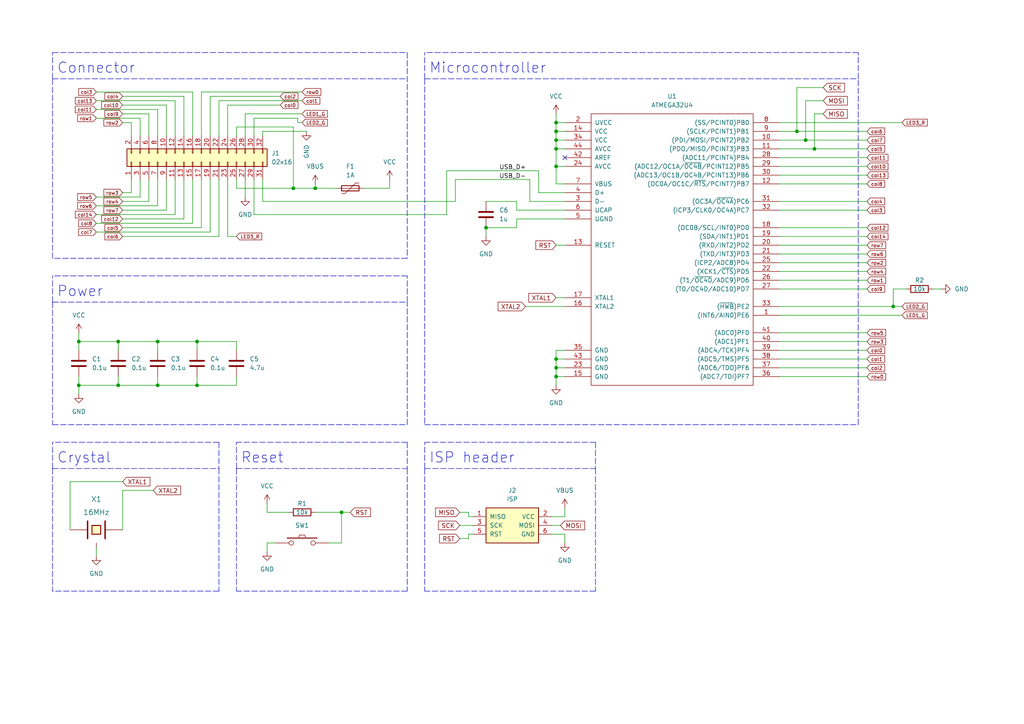
<source format=kicad_sch>
(kicad_sch (version 20211123) (generator eeschema)
  (paper "A4")
  (lib_symbols
    (symbol "Connector_Generic:Conn_02x16_Odd_Even" (pin_names (offset 1.016) hide)
      (property "Reference" "J" (at 1.27 20.32 0))
      (property "Value" "Conn_02x16_Odd_Even" (at 1.27 -22.86 0))
      (symbol "Conn_02x16_Odd_Even_1_1"
        (rectangle (start -1.27 -20.193) (end 0 -20.447) (stroke (width 0.1524)))
        (rectangle (start -1.27 -17.653) (end 0 -17.907) (stroke (width 0.1524)))
        (rectangle (start -1.27 -15.113) (end 0 -15.367) (stroke (width 0.1524)))
        (rectangle (start -1.27 -12.573) (end 0 -12.827) (stroke (width 0.1524)))
        (rectangle (start -1.27 -10.033) (end 0 -10.287) (stroke (width 0.1524)))
        (rectangle (start -1.27 -7.493) (end 0 -7.747) (stroke (width 0.1524)))
        (rectangle (start -1.27 -4.953) (end 0 -5.207) (stroke (width 0.1524)))
        (rectangle (start -1.27 -2.413) (end 0 -2.667) (stroke (width 0.1524)))
        (rectangle (start -1.27 0.127) (end 0 -0.127) (stroke (width 0.1524)))
        (rectangle (start -1.27 2.667) (end 0 2.413) (stroke (width 0.1524)))
        (rectangle (start -1.27 5.207) (end 0 4.953) (stroke (width 0.1524)))
        (rectangle (start -1.27 7.747) (end 0 7.493) (stroke (width 0.1524)))
        (rectangle (start -1.27 10.287) (end 0 10.033) (stroke (width 0.1524)))
        (rectangle (start -1.27 12.827) (end 0 12.573) (stroke (width 0.1524)))
        (rectangle (start -1.27 15.367) (end 0 15.113) (stroke (width 0.1524)))
        (rectangle (start -1.27 17.907) (end 0 17.653) (stroke (width 0.1524)))
        (rectangle (start -1.27 19.05) (end 3.81 -21.59) (stroke (width 0.254)) (fill (type background)))
        (rectangle (start 3.81 -20.193) (end 2.54 -20.447) (stroke (width 0.1524)))
        (rectangle (start 3.81 -17.653) (end 2.54 -17.907) (stroke (width 0.1524)))
        (rectangle (start 3.81 -15.113) (end 2.54 -15.367) (stroke (width 0.1524)))
        (rectangle (start 3.81 -12.573) (end 2.54 -12.827) (stroke (width 0.1524)))
        (rectangle (start 3.81 -10.033) (end 2.54 -10.287) (stroke (width 0.1524)))
        (rectangle (start 3.81 -7.493) (end 2.54 -7.747) (stroke (width 0.1524)))
        (rectangle (start 3.81 -4.953) (end 2.54 -5.207) (stroke (width 0.1524)))
        (rectangle (start 3.81 -2.413) (end 2.54 -2.667) (stroke (width 0.1524)))
        (rectangle (start 3.81 0.127) (end 2.54 -0.127) (stroke (width 0.1524)))
        (rectangle (start 3.81 2.667) (end 2.54 2.413) (stroke (width 0.1524)))
        (rectangle (start 3.81 5.207) (end 2.54 4.953) (stroke (width 0.1524)))
        (rectangle (start 3.81 7.747) (end 2.54 7.493) (stroke (width 0.1524)))
        (rectangle (start 3.81 10.287) (end 2.54 10.033) (stroke (width 0.1524)))
        (rectangle (start 3.81 12.827) (end 2.54 12.573) (stroke (width 0.1524)))
        (rectangle (start 3.81 15.367) (end 2.54 15.113) (stroke (width 0.1524)))
        (rectangle (start 3.81 17.907) (end 2.54 17.653) (stroke (width 0.1524)))
        (pin passive line (at -5.08 17.78 0) (length 3.81) (name "Pin_1") (number "1"))
        (pin passive line (at 7.62 7.62 180) (length 3.81) (name "Pin_10") (number "10"))
        (pin passive line (at -5.08 5.08 0) (length 3.81) (name "Pin_11") (number "11"))
        (pin passive line (at 7.62 5.08 180) (length 3.81) (name "Pin_12") (number "12"))
        (pin passive line (at -5.08 2.54 0) (length 3.81) (name "Pin_13") (number "13"))
        (pin passive line (at 7.62 2.54 180) (length 3.81) (name "Pin_14") (number "14"))
        (pin passive line (at -5.08 0 0) (length 3.81) (name "Pin_15") (number "15"))
        (pin passive line (at 7.62 0 180) (length 3.81) (name "Pin_16") (number "16"))
        (pin passive line (at -5.08 -2.54 0) (length 3.81) (name "Pin_17") (number "17"))
        (pin passive line (at 7.62 -2.54 180) (length 3.81) (name "Pin_18") (number "18"))
        (pin passive line (at -5.08 -5.08 0) (length 3.81) (name "Pin_19") (number "19"))
        (pin passive line (at 7.62 17.78 180) (length 3.81) (name "Pin_2") (number "2"))
        (pin passive line (at 7.62 -5.08 180) (length 3.81) (name "Pin_20") (number "20"))
        (pin passive line (at -5.08 -7.62 0) (length 3.81) (name "Pin_21") (number "21"))
        (pin passive line (at 7.62 -7.62 180) (length 3.81) (name "Pin_22") (number "22"))
        (pin passive line (at -5.08 -10.16 0) (length 3.81) (name "Pin_23") (number "23"))
        (pin passive line (at 7.62 -10.16 180) (length 3.81) (name "Pin_24") (number "24"))
        (pin passive line (at -5.08 -12.7 0) (length 3.81) (name "Pin_25") (number "25"))
        (pin passive line (at 7.62 -12.7 180) (length 3.81) (name "Pin_26") (number "26"))
        (pin passive line (at -5.08 -15.24 0) (length 3.81) (name "Pin_27") (number "27"))
        (pin passive line (at 7.62 -15.24 180) (length 3.81) (name "Pin_28") (number "28"))
        (pin passive line (at -5.08 -17.78 0) (length 3.81) (name "Pin_29") (number "29"))
        (pin passive line (at -5.08 15.24 0) (length 3.81) (name "Pin_3") (number "3"))
        (pin passive line (at 7.62 -17.78 180) (length 3.81) (name "Pin_30") (number "30"))
        (pin passive line (at -5.08 -20.32 0) (length 3.81) (name "Pin_31") (number "31"))
        (pin passive line (at 7.62 -20.32 180) (length 3.81) (name "Pin_32") (number "32"))
        (pin passive line (at 7.62 15.24 180) (length 3.81) (name "Pin_4") (number "4"))
        (pin passive line (at -5.08 12.7 0) (length 3.81) (name "Pin_5") (number "5"))
        (pin passive line (at 7.62 12.7 180) (length 3.81) (name "Pin_6") (number "6"))
        (pin passive line (at -5.08 10.16 0) (length 3.81) (name "Pin_7") (number "7"))
        (pin passive line (at 7.62 10.16 180) (length 3.81) (name "Pin_8") (number "8"))
        (pin passive line (at -5.08 7.62 0) (length 3.81) (name "Pin_9") (number "9"))
      )
    )
    (symbol "Device:C" (pin_numbers hide) (pin_names (offset 0.254))
      (property "Reference" "C" (at 0.635 2.54 0))
      (property "Value" "C" (at 0.635 -2.54 0))
      (symbol "C_0_1"
        (polyline (pts (xy -2.032 -0.762) (xy 2.032 -0.762)) (stroke (width 0.508)))
        (polyline (pts (xy -2.032 0.762) (xy 2.032 0.762)) (stroke (width 0.508)))
      )
      (symbol "C_1_1"
        (pin passive line (at 0 3.81 270) (length 2.794) (name "~") (number "1"))
        (pin passive line (at 0 -3.81 90) (length 2.794) (name "~") (number "2"))
      )
    )
    (symbol "Device:Polyfuse" (pin_numbers hide) (pin_names (offset 0))
      (property "Reference" "F" (at -2.54 0 90))
      (property "Value" "Polyfuse" (at 2.54 0 90))
      (symbol "Polyfuse_0_1"
        (rectangle (start -0.762 2.54) (end 0.762 -2.54) (stroke (width 0.254)))
        (polyline (pts (xy 0 2.54) (xy 0 -2.54)))
        (polyline (pts (xy -1.524 2.54) (xy -1.524 1.524) (xy 1.524 -1.524) (xy 1.524 -2.54)))
      )
      (symbol "Polyfuse_1_1"
        (pin passive line (at 0 3.81 270) (length 1.27) (name "~") (number "1"))
        (pin passive line (at 0 -3.81 90) (length 1.27) (name "~") (number "2"))
      )
    )
    (symbol "Device:R" (pin_numbers hide) (pin_names (offset 0))
      (property "Reference" "R" (at 2.032 0 90))
      (property "Value" "R" (at 0 0 90))
      (symbol "R_0_1"
        (rectangle (start -1.016 -2.54) (end 1.016 2.54) (stroke (width 0.254)))
      )
      (symbol "R_1_1"
        (pin passive line (at 0 3.81 270) (length 1.27) (name "~") (number "1"))
        (pin passive line (at 0 -3.81 90) (length 1.27) (name "~") (number "2"))
      )
    )
    (symbol "Keeb_components:ATMEGA32U4" (pin_names (offset 1.016))
      (property "Reference" "U" (at -22.86 43.18 0))
      (property "Value" "ATMEGA32U4" (at -16.51 -39.37 0))
      (symbol "ATMEGA32U4_0_1"
        (rectangle (start -24.13 41.91) (end 22.86 -36.83))
      )
      (symbol "ATMEGA32U4_1_1"
        (pin input line (at 30.48 -16.51 180) (length 7.62) (name "(INT6/AIN0)PE6") (number "1"))
        (pin input line (at 30.48 34.29 180) (length 7.62) (name "(PDI/MOSI/PCINT2)PB2") (number "10"))
        (pin input line (at 30.48 31.75 180) (length 7.62) (name "(PDO/MISO/PCINT3)PB3") (number "11"))
        (pin input line (at 30.48 21.59 180) (length 7.62) (name "(OC0A/OC1C/~{RTS}/PCINT7)PB7") (number "12"))
        (pin input line (at -31.75 3.81 0) (length 7.62) (name "RESET") (number "13"))
        (pin power_in line (at -31.75 36.83 0) (length 7.62) (name "VCC") (number "14"))
        (pin power_in line (at -31.75 -34.29 0) (length 7.62) (name "GND") (number "15"))
        (pin input line (at -31.75 -13.97 0) (length 7.62) (name "XTAL2") (number "16"))
        (pin input line (at -31.75 -11.43 0) (length 7.62) (name "XTAL1") (number "17"))
        (pin input line (at 30.48 8.89 180) (length 7.62) (name "(OC0B/SCL/INT0)PD0") (number "18"))
        (pin input line (at 30.48 6.35 180) (length 7.62) (name "(SDA/INT1)PD1") (number "19"))
        (pin input line (at -31.75 39.37 0) (length 7.62) (name "UVCC") (number "2"))
        (pin input line (at 30.48 3.81 180) (length 7.62) (name "(RXD/INT2)PD2") (number "20"))
        (pin input line (at 30.48 1.27 180) (length 7.62) (name "(TXD/INT3)PD3") (number "21"))
        (pin input line (at 30.48 -3.81 180) (length 7.62) (name "(XCK1/~{CTS})PD5") (number "22"))
        (pin power_in line (at -31.75 -31.75 0) (length 7.62) (name "GND") (number "23"))
        (pin power_in line (at -31.75 26.67 0) (length 7.62) (name "AVCC") (number "24"))
        (pin input line (at 30.48 -1.27 180) (length 7.62) (name "(ICP2/ADC8)PD4") (number "25"))
        (pin input line (at 30.48 -6.35 180) (length 7.62) (name "(T1/~{OC4D}/ADC9)PD6") (number "26"))
        (pin input line (at 30.48 -8.89 180) (length 7.62) (name "(T0/OC4D/ADC10)PD7") (number "27"))
        (pin input line (at 30.48 29.21 180) (length 7.62) (name "(ADC11/PCINT4)PB4") (number "28"))
        (pin input line (at 30.48 26.67 180) (length 7.62) (name "(ADC12/OC1A/~{OC4B}/PCINT12)PB5") (number "29"))
        (pin input line (at -31.75 16.51 0) (length 7.62) (name "D-") (number "3"))
        (pin input line (at 30.48 24.13 180) (length 7.62) (name "(ADC13/OC1B/OC4B/PCINT13)PB6") (number "30"))
        (pin input line (at 30.48 16.51 180) (length 7.62) (name "(OC3A/~{OC4A})PC6") (number "31"))
        (pin input line (at 30.48 13.97 180) (length 7.62) (name "(ICP3/CLK0/OC4A)PC7") (number "32"))
        (pin input line (at 30.48 -13.97 180) (length 7.62) (name "(~{HWB})PE2") (number "33"))
        (pin power_in line (at -31.75 34.29 0) (length 7.62) (name "VCC") (number "34"))
        (pin power_in line (at -31.75 -26.67 0) (length 7.62) (name "GND") (number "35"))
        (pin input line (at 30.48 -34.29 180) (length 7.62) (name "(ADC7/TDI)PF7") (number "36"))
        (pin input line (at 30.48 -31.75 180) (length 7.62) (name "(ADC6/TDO)PF6") (number "37"))
        (pin input line (at 30.48 -29.21 180) (length 7.62) (name "(ADC5/TMS)PF5") (number "38"))
        (pin input line (at 30.48 -26.67 180) (length 7.62) (name "(ADC4/TCK)PF4") (number "39"))
        (pin input line (at -31.75 19.05 0) (length 7.62) (name "D+") (number "4"))
        (pin input line (at 30.48 -24.13 180) (length 7.62) (name "(ADC1)PF1") (number "40"))
        (pin input line (at 30.48 -21.59 180) (length 7.62) (name "(ADC0)PF0") (number "41"))
        (pin input line (at -31.75 29.21 0) (length 7.62) (name "AREF") (number "42"))
        (pin power_in line (at -31.75 -29.21 0) (length 7.62) (name "GND") (number "43"))
        (pin power_in line (at -31.75 31.75 0) (length 7.62) (name "AVCC") (number "44"))
        (pin input line (at -31.75 11.43 0) (length 7.62) (name "UGND") (number "5"))
        (pin input line (at -31.75 13.97 0) (length 7.62) (name "UCAP") (number "6"))
        (pin input line (at -31.75 21.59 0) (length 7.62) (name "VBUS") (number "7"))
        (pin input line (at 30.48 39.37 180) (length 7.62) (name "(SS/PCINT0)PB0") (number "8"))
        (pin input line (at 30.48 36.83 180) (length 7.62) (name "(SCLK/PCINT1)PB1") (number "9"))
      )
    )
    (symbol "Keeb_components:ISP_standard" (pin_names (offset 1.016))
      (property "Reference" "J" (at 0 6.35 0))
      (property "Value" "ISP_standard" (at 0 -6.35 0))
      (symbol "ISP_standard_1_1"
        (rectangle (start -7.62 5.08) (end 7.62 -5.08) (stroke (width 0.254)) (fill (type background)))
        (pin passive line (at -11.43 2.54 0) (length 3.81) (name "MISO") (number "1"))
        (pin passive line (at 11.43 2.54 180) (length 3.81) (name "VCC") (number "2"))
        (pin passive line (at -11.43 0 0) (length 3.81) (name "SCK") (number "3"))
        (pin passive line (at 11.43 0 180) (length 3.81) (name "MOSI") (number "4"))
        (pin passive line (at -11.43 -2.54 0) (length 3.81) (name "RST") (number "5"))
        (pin passive line (at 11.43 -2.54 180) (length 3.81) (name "GND") (number "6"))
      )
    )
    (symbol "Keeb_components:SW_PUSH" (pin_numbers hide) (pin_names (offset 1.016) hide)
      (property "Reference" "SW" (at 3.81 2.794 0))
      (property "Value" "SW_PUSH" (at 0 -2.032 0))
      (symbol "SW_PUSH_0_1"
        (rectangle (start -4.318 1.27) (end 4.318 1.524))
        (polyline (pts (xy -1.016 1.524) (xy -0.762 2.286) (xy 0.762 2.286) (xy 1.016 1.524)))
        (pin passive inverted (at -7.62 0 0) (length 5.08) (name "1") (number "1"))
        (pin passive inverted (at 7.62 0 180) (length 5.08) (name "2") (number "2"))
      )
    )
    (symbol "Keeb_components:XTAL_GND" (pin_numbers hide) (pin_names (offset 1.016) hide)
      (property "Reference" "X" (at 0 3.81 0))
      (property "Value" "XTAL_GND" (at 0 -3.81 0))
      (symbol "XTAL_GND_0_1"
        (polyline (pts (xy -2.54 2.54) (xy -2.54 -2.54)) (stroke (width 0.4064)))
        (polyline (pts (xy 2.54 2.54) (xy 2.54 -2.54)) (stroke (width 0.4064)))
        (polyline (pts (xy -1.27 1.27) (xy 1.27 1.27) (xy 1.27 -1.27) (xy -1.27 -1.27) (xy -1.27 1.27)) (stroke (width 0.3048)) (fill (type background)))
      )
      (symbol "XTAL_GND_1_1"
        (pin passive line (at -7.62 0 0) (length 5.08) (name "1") (number "1"))
        (pin passive line (at 7.62 0 180) (length 5.08) (name "2") (number "2"))
        (pin passive line (at 0 -5.08 90) (length 1.27) (name "~") (number "3"))
      )
    )
    (symbol "power:GND" (power) (pin_names (offset 0))
      (property "Value" "GND" (at 0 -3.81 0))
      (symbol "GND_0_1"
        (polyline (pts (xy 0 0) (xy 0 -1.27) (xy 1.27 -1.27) (xy 0 -2.54) (xy -1.27 -1.27) (xy 0 -1.27)))
      )
      (symbol "GND_1_1"
        (pin power_in line (at 0 0 270) (length 0) hide (name "GND") (number "1"))
      )
    )
    (symbol "power:VBUS" (power) (pin_names (offset 0))
      (property "Value" "VBUS" (at 0 3.81 0))
      (symbol "VBUS_0_1"
        (polyline (pts (xy -0.762 1.27) (xy 0 2.54)))
        (polyline (pts (xy 0 0) (xy 0 2.54)))
        (polyline (pts (xy 0 2.54) (xy 0.762 1.27)))
      )
      (symbol "VBUS_1_1"
        (pin power_in line (at 0 0 90) (length 0) hide (name "VBUS") (number "1"))
      )
    )
    (symbol "power:VCC" (power) (pin_names (offset 0))
      (property "Value" "VCC" (at 0 3.81 0))
      (symbol "VCC_0_1"
        (polyline (pts (xy -0.762 1.27) (xy 0 2.54)))
        (polyline (pts (xy 0 0) (xy 0 2.54)))
        (polyline (pts (xy 0 2.54) (xy 0.762 1.27)))
      )
      (symbol "VCC_1_1"
        (pin power_in line (at 0 0 90) (length 0) hide (name "VCC") (number "1"))
      )
    )
  )
  (junction (at 45.72 111.76))
  (junction (at 161.29 109.22))
  (junction (at 231.14 38.1))
  (junction (at 57.15 99.06))
  (junction (at 22.86 99.06))
  (junction (at 161.29 35.56))
  (junction (at 91.44 54.61))
  (junction (at 161.29 48.26))
  (junction (at 233.68 40.64))
  (junction (at 161.29 104.14))
  (junction (at 161.29 40.64))
  (junction (at 34.29 99.06))
  (junction (at 99.06 148.59))
  (junction (at 85.09 54.61))
  (junction (at 140.97 66.04))
  (junction (at 259.08 88.9))
  (junction (at 45.72 99.06))
  (junction (at 34.29 111.76))
  (junction (at 236.22 43.18))
  (junction (at 22.86 111.76))
  (junction (at 161.29 106.68))
  (junction (at 161.29 38.1))
  (junction (at 161.29 43.18))
  (junction (at 57.15 111.76))
  (no_connect (at 163.83 45.72))
  (wire (pts (xy 87.63 29.21) (xy 63.5 29.21)))
  (wire (pts (xy 163.83 154.94) (xy 163.83 157.48)))
  (wire (pts (xy 273.05 83.82) (xy 270.51 83.82)))
  (wire (pts (xy 38.1 52.07) (xy 38.1 55.88)))
  (wire (pts (xy 149.86 60.96) (xy 149.86 58.42)))
  (wire (pts (xy 132.08 52.07) (xy 153.67 52.07)))
  (wire (pts (xy 99.06 148.59) (xy 101.6 148.59)))
  (polyline (pts (xy 123.19 135.89) (xy 123.19 128.27)))
  (wire (pts (xy 149.86 58.42) (xy 140.97 58.42)))
  (wire (pts (xy 57.15 99.06) (xy 57.15 101.6)))
  (wire (pts (xy 35.56 68.58) (xy 63.5 68.58)))
  (wire (pts (xy 68.58 36.83) (xy 85.09 36.83)))
  (polyline (pts (xy 63.5 171.45) (xy 15.24 171.45)))
  (wire (pts (xy 35.56 58.42) (xy 43.18 58.42)))
  (wire (pts (xy 161.29 40.64) (xy 163.83 40.64)))
  (wire (pts (xy 226.06 45.72) (xy 251.46 45.72)))
  (polyline (pts (xy 123.19 135.89) (xy 172.72 135.89)))
  (polyline (pts (xy 68.58 135.89) (xy 68.58 128.27)))
  (wire (pts (xy 50.8 62.23) (xy 50.8 52.07)))
  (wire (pts (xy 85.09 54.61) (xy 91.44 54.61)))
  (wire (pts (xy 99.06 148.59) (xy 99.06 157.48)))
  (wire (pts (xy 161.29 109.22) (xy 161.29 111.76)))
  (wire (pts (xy 35.56 33.02) (xy 43.18 33.02)))
  (wire (pts (xy 226.06 104.14) (xy 251.46 104.14)))
  (wire (pts (xy 34.29 111.76) (xy 45.72 111.76)))
  (wire (pts (xy 53.34 63.5) (xy 53.34 52.07)))
  (wire (pts (xy 22.86 111.76) (xy 34.29 111.76)))
  (polyline (pts (xy 248.92 123.19) (xy 248.92 22.86)))
  (wire (pts (xy 233.68 29.21) (xy 238.76 29.21)))
  (wire (pts (xy 71.12 52.07) (xy 71.12 57.15)))
  (wire (pts (xy 226.06 91.44) (xy 261.62 91.44)))
  (wire (pts (xy 226.06 73.66) (xy 251.46 73.66)))
  (wire (pts (xy 68.58 99.06) (xy 68.58 101.6)))
  (wire (pts (xy 163.83 58.42) (xy 153.67 58.42)))
  (wire (pts (xy 40.64 34.29) (xy 40.64 39.37)))
  (wire (pts (xy 238.76 33.02) (xy 236.22 33.02)))
  (wire (pts (xy 226.06 66.04) (xy 251.46 66.04)))
  (wire (pts (xy 27.94 59.69) (xy 45.72 59.69)))
  (wire (pts (xy 226.06 81.28) (xy 251.46 81.28)))
  (wire (pts (xy 137.16 149.86) (xy 135.89 149.86)))
  (wire (pts (xy 35.56 27.94) (xy 53.34 27.94)))
  (polyline (pts (xy 118.11 74.93) (xy 15.24 74.93)))
  (polyline (pts (xy 172.72 171.45) (xy 123.19 171.45)))
  (polyline (pts (xy 172.72 135.89) (xy 172.72 171.45)))
  (wire (pts (xy 63.5 52.07) (xy 63.5 68.58)))
  (polyline (pts (xy 123.19 135.89) (xy 123.19 171.45)))
  (wire (pts (xy 68.58 54.61) (xy 85.09 54.61)))
  (wire (pts (xy 22.86 114.3) (xy 22.86 111.76)))
  (polyline (pts (xy 118.11 15.24) (xy 118.11 74.93)))
  (wire (pts (xy 48.26 52.07) (xy 48.26 60.96)))
  (wire (pts (xy 77.47 146.05) (xy 77.47 148.59)))
  (wire (pts (xy 73.66 62.23) (xy 129.54 62.23)))
  (wire (pts (xy 48.26 30.48) (xy 48.26 39.37)))
  (wire (pts (xy 113.03 52.07) (xy 113.03 54.61)))
  (wire (pts (xy 161.29 43.18) (xy 161.29 48.26)))
  (wire (pts (xy 161.29 109.22) (xy 163.83 109.22)))
  (wire (pts (xy 153.67 58.42) (xy 153.67 52.07)))
  (wire (pts (xy 149.86 66.04) (xy 140.97 66.04)))
  (wire (pts (xy 163.83 104.14) (xy 161.29 104.14)))
  (wire (pts (xy 77.47 157.48) (xy 77.47 160.02)))
  (wire (pts (xy 161.29 40.64) (xy 161.29 43.18)))
  (wire (pts (xy 231.14 38.1) (xy 251.46 38.1)))
  (wire (pts (xy 34.29 109.22) (xy 34.29 111.76)))
  (polyline (pts (xy 15.24 22.86) (xy 118.11 22.86)))
  (wire (pts (xy 53.34 27.94) (xy 53.34 39.37)))
  (wire (pts (xy 34.29 99.06) (xy 34.29 101.6)))
  (wire (pts (xy 68.58 52.07) (xy 68.58 54.61)))
  (wire (pts (xy 27.94 26.67) (xy 55.88 26.67)))
  (wire (pts (xy 226.06 53.34) (xy 251.46 53.34)))
  (wire (pts (xy 68.58 111.76) (xy 68.58 109.22)))
  (wire (pts (xy 66.04 30.48) (xy 66.04 39.37)))
  (wire (pts (xy 55.88 26.67) (xy 55.88 39.37)))
  (wire (pts (xy 236.22 43.18) (xy 251.46 43.18)))
  (wire (pts (xy 226.06 40.64) (xy 233.68 40.64)))
  (wire (pts (xy 259.08 83.82) (xy 259.08 88.9)))
  (wire (pts (xy 161.29 53.34) (xy 161.29 48.26)))
  (wire (pts (xy 226.06 106.68) (xy 251.46 106.68)))
  (wire (pts (xy 66.04 52.07) (xy 66.04 68.58)))
  (polyline (pts (xy 118.11 80.01) (xy 15.24 80.01)))
  (polyline (pts (xy 63.5 128.27) (xy 15.24 128.27)))
  (wire (pts (xy 226.06 68.58) (xy 251.46 68.58)))
  (wire (pts (xy 20.32 139.7) (xy 20.32 153.67)))
  (wire (pts (xy 60.96 27.94) (xy 60.96 39.37)))
  (wire (pts (xy 27.94 34.29) (xy 40.64 34.29)))
  (wire (pts (xy 161.29 43.18) (xy 163.83 43.18)))
  (wire (pts (xy 45.72 109.22) (xy 45.72 111.76)))
  (polyline (pts (xy 15.24 22.86) (xy 15.24 15.24)))
  (wire (pts (xy 161.29 104.14) (xy 161.29 106.68)))
  (wire (pts (xy 35.56 55.88) (xy 38.1 55.88)))
  (wire (pts (xy 233.68 40.64) (xy 251.46 40.64)))
  (polyline (pts (xy 123.19 22.86) (xy 123.19 15.24)))
  (polyline (pts (xy 15.24 135.89) (xy 15.24 128.27)))
  (polyline (pts (xy 15.24 87.63) (xy 118.11 87.63)))
  (wire (pts (xy 22.86 96.52) (xy 22.86 99.06)))
  (wire (pts (xy 35.56 66.04) (xy 58.42 66.04)))
  (wire (pts (xy 226.06 78.74) (xy 251.46 78.74)))
  (wire (pts (xy 27.94 158.75) (xy 27.94 161.29)))
  (wire (pts (xy 87.63 26.67) (xy 58.42 26.67)))
  (wire (pts (xy 163.83 149.86) (xy 163.83 147.32)))
  (wire (pts (xy 81.28 27.94) (xy 60.96 27.94)))
  (wire (pts (xy 233.68 40.64) (xy 233.68 29.21)))
  (wire (pts (xy 76.2 52.07) (xy 76.2 58.42)))
  (wire (pts (xy 149.86 63.5) (xy 149.86 66.04)))
  (wire (pts (xy 22.86 99.06) (xy 34.29 99.06)))
  (polyline (pts (xy 118.11 171.45) (xy 68.58 171.45)))
  (wire (pts (xy 161.29 33.02) (xy 161.29 35.56)))
  (polyline (pts (xy 15.24 135.89) (xy 63.5 135.89)))
  (polyline (pts (xy 123.19 22.86) (xy 248.92 22.86)))
  (wire (pts (xy 226.06 96.52) (xy 251.46 96.52)))
  (wire (pts (xy 91.44 148.59) (xy 99.06 148.59)))
  (wire (pts (xy 161.29 35.56) (xy 161.29 38.1)))
  (wire (pts (xy 77.47 148.59) (xy 83.82 148.59)))
  (wire (pts (xy 231.14 38.1) (xy 226.06 38.1)))
  (wire (pts (xy 27.94 62.23) (xy 50.8 62.23)))
  (wire (pts (xy 35.56 139.7) (xy 20.32 139.7)))
  (wire (pts (xy 76.2 58.42) (xy 132.08 58.42)))
  (wire (pts (xy 91.44 54.61) (xy 97.79 54.61)))
  (wire (pts (xy 68.58 39.37) (xy 68.58 36.83)))
  (polyline (pts (xy 15.24 74.93) (xy 15.24 22.86)))
  (polyline (pts (xy 123.19 123.19) (xy 248.92 123.19)))
  (wire (pts (xy 163.83 53.34) (xy 161.29 53.34)))
  (wire (pts (xy 161.29 86.36) (xy 163.83 86.36)))
  (wire (pts (xy 161.29 101.6) (xy 161.29 104.14)))
  (wire (pts (xy 163.83 60.96) (xy 149.86 60.96)))
  (wire (pts (xy 160.02 154.94) (xy 163.83 154.94)))
  (wire (pts (xy 45.72 31.75) (xy 45.72 39.37)))
  (polyline (pts (xy 118.11 123.19) (xy 118.11 87.63)))
  (wire (pts (xy 163.83 63.5) (xy 149.86 63.5)))
  (wire (pts (xy 58.42 26.67) (xy 58.42 39.37)))
  (wire (pts (xy 161.29 48.26) (xy 163.83 48.26)))
  (wire (pts (xy 226.06 109.22) (xy 251.46 109.22)))
  (wire (pts (xy 129.54 49.53) (xy 156.21 49.53)))
  (wire (pts (xy 43.18 52.07) (xy 43.18 58.42)))
  (wire (pts (xy 57.15 99.06) (xy 68.58 99.06)))
  (wire (pts (xy 259.08 83.82) (xy 262.89 83.82)))
  (wire (pts (xy 44.45 142.24) (xy 35.56 142.24)))
  (wire (pts (xy 73.66 52.07) (xy 73.66 62.23)))
  (wire (pts (xy 86.36 34.29) (xy 86.36 35.56)))
  (wire (pts (xy 226.06 99.06) (xy 251.46 99.06)))
  (wire (pts (xy 73.66 34.29) (xy 86.36 34.29)))
  (wire (pts (xy 34.29 99.06) (xy 45.72 99.06)))
  (wire (pts (xy 161.29 38.1) (xy 161.29 40.64)))
  (wire (pts (xy 105.41 54.61) (xy 113.03 54.61)))
  (polyline (pts (xy 63.5 128.27) (xy 63.5 135.89)))
  (wire (pts (xy 226.06 71.12) (xy 251.46 71.12)))
  (wire (pts (xy 161.29 35.56) (xy 163.83 35.56)))
  (wire (pts (xy 27.94 57.15) (xy 40.64 57.15)))
  (wire (pts (xy 226.06 60.96) (xy 251.46 60.96)))
  (wire (pts (xy 45.72 111.76) (xy 57.15 111.76)))
  (wire (pts (xy 160.02 149.86) (xy 163.83 149.86)))
  (polyline (pts (xy 118.11 135.89) (xy 118.11 171.45)))
  (polyline (pts (xy 15.24 15.24) (xy 118.11 15.24)))
  (wire (pts (xy 81.28 30.48) (xy 66.04 30.48)))
  (wire (pts (xy 152.4 88.9) (xy 163.83 88.9)))
  (wire (pts (xy 63.5 29.21) (xy 63.5 39.37)))
  (wire (pts (xy 226.06 58.42) (xy 251.46 58.42)))
  (wire (pts (xy 50.8 29.21) (xy 50.8 39.37)))
  (wire (pts (xy 58.42 66.04) (xy 58.42 52.07)))
  (polyline (pts (xy 118.11 87.63) (xy 118.11 80.01)))
  (polyline (pts (xy 15.24 87.63) (xy 15.24 123.19)))
  (polyline (pts (xy 172.72 128.27) (xy 172.72 135.89)))
  (wire (pts (xy 133.35 148.59) (xy 135.89 148.59)))
  (wire (pts (xy 132.08 58.42) (xy 132.08 52.07)))
  (wire (pts (xy 43.18 33.02) (xy 43.18 39.37)))
  (wire (pts (xy 135.89 149.86) (xy 135.89 148.59)))
  (polyline (pts (xy 248.92 22.86) (xy 248.92 15.24)))
  (wire (pts (xy 91.44 53.34) (xy 91.44 54.61)))
  (wire (pts (xy 27.94 67.31) (xy 60.96 67.31)))
  (wire (pts (xy 45.72 99.06) (xy 57.15 99.06)))
  (wire (pts (xy 35.56 35.56) (xy 38.1 35.56)))
  (wire (pts (xy 226.06 83.82) (xy 251.46 83.82)))
  (wire (pts (xy 73.66 34.29) (xy 73.66 39.37)))
  (wire (pts (xy 71.12 33.02) (xy 87.63 33.02)))
  (wire (pts (xy 45.72 99.06) (xy 45.72 101.6)))
  (wire (pts (xy 71.12 33.02) (xy 71.12 39.37)))
  (wire (pts (xy 129.54 62.23) (xy 129.54 49.53)))
  (polyline (pts (xy 15.24 135.89) (xy 15.24 171.45)))
  (polyline (pts (xy 68.58 135.89) (xy 118.11 135.89)))
  (wire (pts (xy 22.86 101.6) (xy 22.86 99.06)))
  (wire (pts (xy 226.06 35.56) (xy 261.62 35.56)))
  (wire (pts (xy 226.06 50.8) (xy 251.46 50.8)))
  (wire (pts (xy 226.06 43.18) (xy 236.22 43.18)))
  (polyline (pts (xy 123.19 22.86) (xy 123.19 123.19)))
  (wire (pts (xy 226.06 48.26) (xy 251.46 48.26)))
  (polyline (pts (xy 63.5 135.89) (xy 63.5 171.45)))
  (wire (pts (xy 85.09 36.83) (xy 85.09 54.61)))
  (wire (pts (xy 35.56 142.24) (xy 35.56 153.67)))
  (wire (pts (xy 161.29 38.1) (xy 163.83 38.1)))
  (wire (pts (xy 60.96 52.07) (xy 60.96 67.31)))
  (wire (pts (xy 40.64 52.07) (xy 40.64 57.15)))
  (wire (pts (xy 27.94 31.75) (xy 45.72 31.75)))
  (wire (pts (xy 226.06 88.9) (xy 259.08 88.9)))
  (wire (pts (xy 231.14 25.4) (xy 231.14 38.1)))
  (wire (pts (xy 38.1 35.56) (xy 38.1 39.37)))
  (wire (pts (xy 66.04 68.58) (xy 68.58 68.58)))
  (polyline (pts (xy 172.72 128.27) (xy 123.19 128.27)))
  (wire (pts (xy 95.25 157.48) (xy 99.06 157.48)))
  (polyline (pts (xy 15.24 87.63) (xy 15.24 80.01)))
  (wire (pts (xy 27.94 29.21) (xy 50.8 29.21)))
  (wire (pts (xy 259.08 88.9) (xy 261.62 88.9)))
  (wire (pts (xy 77.47 157.48) (xy 80.01 157.48)))
  (polyline (pts (xy 118.11 128.27) (xy 68.58 128.27)))
  (wire (pts (xy 156.21 49.53) (xy 156.21 55.88)))
  (wire (pts (xy 35.56 63.5) (xy 53.34 63.5)))
  (wire (pts (xy 140.97 66.04) (xy 140.97 68.58)))
  (wire (pts (xy 161.29 101.6) (xy 163.83 101.6)))
  (polyline (pts (xy 15.24 123.19) (xy 118.11 123.19)))
  (wire (pts (xy 27.94 64.77) (xy 55.88 64.77)))
  (wire (pts (xy 22.86 109.22) (xy 22.86 111.76)))
  (wire (pts (xy 35.56 60.96) (xy 48.26 60.96)))
  (wire (pts (xy 236.22 33.02) (xy 236.22 43.18)))
  (wire (pts (xy 156.21 55.88) (xy 163.83 55.88)))
  (wire (pts (xy 161.29 71.12) (xy 163.83 71.12)))
  (polyline (pts (xy 68.58 135.89) (xy 68.58 171.45)))
  (polyline (pts (xy 118.11 128.27) (xy 118.11 135.89)))
  (wire (pts (xy 76.2 38.1) (xy 76.2 39.37)))
  (wire (pts (xy 86.36 35.56) (xy 87.63 35.56)))
  (wire (pts (xy 161.29 106.68) (xy 161.29 109.22)))
  (wire (pts (xy 45.72 52.07) (xy 45.72 59.69)))
  (wire (pts (xy 226.06 101.6) (xy 251.46 101.6)))
  (wire (pts (xy 57.15 111.76) (xy 68.58 111.76)))
  (wire (pts (xy 238.76 25.4) (xy 231.14 25.4)))
  (wire (pts (xy 160.02 152.4) (xy 162.56 152.4)))
  (wire (pts (xy 137.16 154.94) (xy 135.89 154.94)))
  (wire (pts (xy 161.29 106.68) (xy 163.83 106.68)))
  (wire (pts (xy 76.2 38.1) (xy 88.9 38.1)))
  (wire (pts (xy 133.35 152.4) (xy 137.16 152.4)))
  (wire (pts (xy 35.56 30.48) (xy 48.26 30.48)))
  (wire (pts (xy 55.88 52.07) (xy 55.88 64.77)))
  (wire (pts (xy 57.15 109.22) (xy 57.15 111.76)))
  (polyline (pts (xy 248.92 15.24) (xy 123.19 15.24)))
  (wire (pts (xy 226.06 76.2) (xy 251.46 76.2)))
  (wire (pts (xy 133.35 156.21) (xy 135.89 156.21)))
  (wire (pts (xy 135.89 154.94) (xy 135.89 156.21)))
  (text "Microcontroller" (at 124.46 21.59 0) (effects (font (size 3 3)) (justify left bottom)))
  (text "Power" (at 16.51 86.36 0) (effects (font (size 3 3)) (justify left bottom)))
  (text "Reset" (at 69.85 134.62 0) (effects (font (size 3 3)) (justify left bottom)))
  (text "ISP header" (at 124.46 134.62 0) (effects (font (size 3 3)) (justify left bottom)))
  (text "Crystal" (at 16.51 134.62 0) (effects (font (size 3 3)) (justify left bottom)))
  (text "Connector" (at 16.51 21.59 0) (effects (font (size 3 3)) (justify left bottom)))
  (label "USB_D-" (at 144.78 52.07 0))
  (label "USB_D+" (at 144.78 49.53 0))
  (global_label "col9" (shape input) (at 35.56 33.02 180) (effects (font (size 1 1))) (property "Intersheet References" "${INTERSHEET_REFS}" (effects hide)))
  (global_label "XTAL1" (shape input) (at 35.56 139.7 0) (property "Intersheet References" "${INTERSHEET_REFS}" (effects hide)))
  (global_label "row4" (shape input) (at 35.56 58.42 180) (effects (font (size 1 1))) (property "Intersheet References" "${INTERSHEET_REFS}" (effects hide)))
  (global_label "RST" (shape input) (at 161.29 71.12 180) (property "Intersheet References" "${INTERSHEET_REFS}" (effects hide)))
  (global_label "col13" (shape input) (at 251.46 50.8 0) (effects (font (size 1 1))) (property "Intersheet References" "${INTERSHEET_REFS}" (effects hide)))
  (global_label "LED1_G" (shape input) (at 87.63 33.02 0) (effects (font (size 1 1))) (property "Intersheet References" "${INTERSHEET_REFS}" (effects hide)))
  (global_label "col11" (shape input) (at 27.94 31.75 180) (effects (font (size 1 1))) (property "Intersheet References" "${INTERSHEET_REFS}" (effects hide)))
  (global_label "LED2_G" (shape input) (at 87.63 35.56 0) (effects (font (size 1 1))) (property "Intersheet References" "${INTERSHEET_REFS}" (effects hide)))
  (global_label "col5" (shape input) (at 35.56 66.04 180) (effects (font (size 1 1))) (property "Intersheet References" "${INTERSHEET_REFS}" (effects hide)))
  (global_label "row0" (shape input) (at 87.63 26.67 0) (effects (font (size 1 1))) (property "Intersheet References" "${INTERSHEET_REFS}" (effects hide)))
  (global_label "MISO" (shape input) (at 133.35 148.59 180) (property "Intersheet References" "${INTERSHEET_REFS}" (effects hide)))
  (global_label "col12" (shape input) (at 35.56 63.5 180) (effects (font (size 1 1))) (property "Intersheet References" "${INTERSHEET_REFS}" (effects hide)))
  (global_label "row2" (shape input) (at 35.56 35.56 180) (effects (font (size 1 1))) (property "Intersheet References" "${INTERSHEET_REFS}" (effects hide)))
  (global_label "XTAL1" (shape input) (at 161.29 86.36 180) (property "Intersheet References" "${INTERSHEET_REFS}" (effects hide)))
  (global_label "col2" (shape input) (at 251.46 106.68 0) (effects (font (size 1 1))) (property "Intersheet References" "${INTERSHEET_REFS}" (effects hide)))
  (global_label "row5" (shape input) (at 251.46 96.52 0) (effects (font (size 1 1))) (property "Intersheet References" "${INTERSHEET_REFS}" (effects hide)))
  (global_label "LED1_G" (shape input) (at 261.62 91.44 0) (effects (font (size 1 1))) (property "Intersheet References" "${INTERSHEET_REFS}" (effects hide)))
  (global_label "col7" (shape input) (at 251.46 40.64 0) (effects (font (size 1 1))) (property "Intersheet References" "${INTERSHEET_REFS}" (effects hide)))
  (global_label "row4" (shape input) (at 251.46 78.74 0) (effects (font (size 1 1))) (property "Intersheet References" "${INTERSHEET_REFS}" (effects hide)))
  (global_label "XTAL2" (shape input) (at 152.4 88.9 180) (property "Intersheet References" "${INTERSHEET_REFS}" (effects hide)))
  (global_label "row7" (shape input) (at 251.46 71.12 0) (effects (font (size 1 1))) (property "Intersheet References" "${INTERSHEET_REFS}" (effects hide)))
  (global_label "col6" (shape input) (at 35.56 68.58 180) (effects (font (size 1 1))) (property "Intersheet References" "${INTERSHEET_REFS}" (effects hide)))
  (global_label "row5" (shape input) (at 27.94 57.15 180) (effects (font (size 1 1))) (property "Intersheet References" "${INTERSHEET_REFS}" (effects hide)))
  (global_label "LED2_G" (shape input) (at 261.62 88.9 0) (effects (font (size 1 1))) (property "Intersheet References" "${INTERSHEET_REFS}" (effects hide)))
  (global_label "col13" (shape input) (at 27.94 29.21 180) (effects (font (size 1 1))) (property "Intersheet References" "${INTERSHEET_REFS}" (effects hide)))
  (global_label "col6" (shape input) (at 251.46 38.1 0) (effects (font (size 1 1))) (property "Intersheet References" "${INTERSHEET_REFS}" (effects hide)))
  (global_label "col14" (shape input) (at 251.46 68.58 0) (effects (font (size 1 1))) (property "Intersheet References" "${INTERSHEET_REFS}" (effects hide)))
  (global_label "RST" (shape input) (at 101.6 148.59 0) (property "Intersheet References" "${INTERSHEET_REFS}" (effects hide)))
  (global_label "col1" (shape input) (at 87.63 29.21 0) (effects (font (size 1 1))) (property "Intersheet References" "${INTERSHEET_REFS}" (effects hide)))
  (global_label "col0" (shape input) (at 81.28 30.48 0) (effects (font (size 1 1))) (property "Intersheet References" "${INTERSHEET_REFS}" (effects hide)))
  (global_label "col4" (shape input) (at 35.56 27.94 180) (effects (font (size 1 1))) (property "Intersheet References" "${INTERSHEET_REFS}" (effects hide)))
  (global_label "col8" (shape input) (at 251.46 53.34 0) (effects (font (size 1 1))) (property "Intersheet References" "${INTERSHEET_REFS}" (effects hide)))
  (global_label "col11" (shape input) (at 251.46 45.72 0) (effects (font (size 1 1))) (property "Intersheet References" "${INTERSHEET_REFS}" (effects hide)))
  (global_label "row3" (shape input) (at 251.46 99.06 0) (effects (font (size 1 1))) (property "Intersheet References" "${INTERSHEET_REFS}" (effects hide)))
  (global_label "SCK" (shape input) (at 238.76 25.4 0) (property "Intersheet References" "${INTERSHEET_REFS}" (effects hide)))
  (global_label "col1" (shape input) (at 251.46 104.14 0) (effects (font (size 1 1))) (property "Intersheet References" "${INTERSHEET_REFS}" (effects hide)))
  (global_label "col5" (shape input) (at 251.46 43.18 0) (effects (font (size 1 1))) (property "Intersheet References" "${INTERSHEET_REFS}" (effects hide)))
  (global_label "col10" (shape input) (at 35.56 30.48 180) (effects (font (size 1 1))) (property "Intersheet References" "${INTERSHEET_REFS}" (effects hide)))
  (global_label "col7" (shape input) (at 27.94 67.31 180) (effects (font (size 1 1))) (property "Intersheet References" "${INTERSHEET_REFS}" (effects hide)))
  (global_label "RST" (shape input) (at 133.35 156.21 180) (property "Intersheet References" "${INTERSHEET_REFS}" (effects hide)))
  (global_label "LED3_R" (shape input) (at 261.62 35.56 0) (effects (font (size 1 1))) (property "Intersheet References" "${INTERSHEET_REFS}" (effects hide)))
  (global_label "col3" (shape input) (at 251.46 60.96 0) (effects (font (size 1 1))) (property "Intersheet References" "${INTERSHEET_REFS}" (effects hide)))
  (global_label "row2" (shape input) (at 251.46 76.2 0) (effects (font (size 1 1))) (property "Intersheet References" "${INTERSHEET_REFS}" (effects hide)))
  (global_label "col4" (shape input) (at 251.46 58.42 0) (effects (font (size 1 1))) (property "Intersheet References" "${INTERSHEET_REFS}" (effects hide)))
  (global_label "SCK" (shape input) (at 133.35 152.4 180) (property "Intersheet References" "${INTERSHEET_REFS}" (effects hide)))
  (global_label "col12" (shape input) (at 251.46 66.04 0) (effects (font (size 1 1))) (property "Intersheet References" "${INTERSHEET_REFS}" (effects hide)))
  (global_label "col8" (shape input) (at 27.94 64.77 180) (effects (font (size 1 1))) (property "Intersheet References" "${INTERSHEET_REFS}" (effects hide)))
  (global_label "col3" (shape input) (at 27.94 26.67 180) (effects (font (size 1 1))) (property "Intersheet References" "${INTERSHEET_REFS}" (effects hide)))
  (global_label "MOSI" (shape input) (at 238.76 29.21 0) (property "Intersheet References" "${INTERSHEET_REFS}" (effects hide)))
  (global_label "row3" (shape input) (at 35.56 55.88 180) (effects (font (size 1 1))) (property "Intersheet References" "${INTERSHEET_REFS}" (effects hide)))
  (global_label "col10" (shape input) (at 251.46 48.26 0) (effects (font (size 1 1))) (property "Intersheet References" "${INTERSHEET_REFS}" (effects hide)))
  (global_label "row6" (shape input) (at 27.94 59.69 180) (effects (font (size 1 1))) (property "Intersheet References" "${INTERSHEET_REFS}" (effects hide)))
  (global_label "XTAL2" (shape input) (at 44.45 142.24 0) (property "Intersheet References" "${INTERSHEET_REFS}" (effects hide)))
  (global_label "MOSI" (shape input) (at 162.56 152.4 0) (property "Intersheet References" "${INTERSHEET_REFS}" (effects hide)))
  (global_label "row0" (shape input) (at 251.46 109.22 0) (effects (font (size 1 1))) (property "Intersheet References" "${INTERSHEET_REFS}" (effects hide)))
  (global_label "row1" (shape input) (at 27.94 34.29 180) (effects (font (size 1 1))) (property "Intersheet References" "${INTERSHEET_REFS}" (effects hide)))
  (global_label "col0" (shape input) (at 251.46 101.6 0) (effects (font (size 1 1))) (property "Intersheet References" "${INTERSHEET_REFS}" (effects hide)))
  (global_label "row1" (shape input) (at 251.46 81.28 0) (effects (font (size 1 1))) (property "Intersheet References" "${INTERSHEET_REFS}" (effects hide)))
  (global_label "col2" (shape input) (at 81.28 27.94 0) (effects (font (size 1 1))) (property "Intersheet References" "${INTERSHEET_REFS}" (effects hide)))
  (global_label "row6" (shape input) (at 251.46 73.66 0) (effects (font (size 1 1))) (property "Intersheet References" "${INTERSHEET_REFS}" (effects hide)))
  (global_label "LED3_R" (shape input) (at 68.58 68.58 0) (effects (font (size 1 1))) (property "Intersheet References" "${INTERSHEET_REFS}" (effects hide)))
  (global_label "MISO" (shape input) (at 238.76 33.02 0) (property "Intersheet References" "${INTERSHEET_REFS}" (effects hide)))
  (global_label "col14" (shape input) (at 27.94 62.23 180) (effects (font (size 1 1))) (property "Intersheet References" "${INTERSHEET_REFS}" (effects hide)))
  (global_label "row7" (shape input) (at 35.56 60.96 180) (effects (font (size 1 1))) (property "Intersheet References" "${INTERSHEET_REFS}" (effects hide)))
  (global_label "col9" (shape input) (at 251.46 83.82 0) (effects (font (size 1 1))) (property "Intersheet References" "${INTERSHEET_REFS}" (effects hide)))
  (symbol (lib_id "Keeb_components:XTAL_GND") (at 27.94 153.67 0) (unit 1)
    (property "Reference" "X1" (at 27.94 144.78 0) (effects (font (size 1.524 1.524))))
    (property "Value" "16MHz" (at 27.94 148.59 0) (effects (font (size 1.524 1.524))))
    (property "Footprint" "Keeb_components:XTAL_SMD_Murata_CSTxExxV-3Pin_3.0x1.1mm" (effects hide))
    (property "Manufacturer" "Murata" (effects hide))
    (property "Part number" "CSTNE16M0V530000R0" (effects hide))
    (property "LCSC Part" "C341521" (effects hide))
  )
  (symbol (lib_id "Device:C") (at 22.86 105.41 0) (unit 1)
    (property "Reference" "C1" (at 26.67 104.1399 0) (effects (justify left)))
    (property "Value" "0.1u" (at 26.67 106.6799 0) (effects (justify left)))
    (property "Footprint" "Keeb_components:C_0603" (effects hide))
    (property "LCSC Part" "C14663" (effects hide))
    (property "Manufacturer" "YAGEO" (effects hide))
    (property "Part number" "CC0603KRX7R9BB104" (effects hide))
  )
  (symbol (lib_id "power:VCC") (at 22.86 96.52 0) (unit 1)
    (property "Reference" "#PWR0108" (effects hide))
    (property "Value" "VCC" (at 22.86 91.44 0))
  )
  (symbol (lib_id "Device:R") (at 266.7 83.82 90) (unit 1)
    (property "Reference" "R2" (at 266.7 81.28 90))
    (property "Value" "10k" (at 266.7 83.82 90))
    (property "Footprint" "Keeb_components:R_0603" (effects hide))
    (property "LCSC Part" "C25804" (effects hide))
    (property "Manufacturer" "Uniroyal Elec" (effects hide))
    (property "Part number" "0603WAF1002T5E" (effects hide))
  )
  (symbol (lib_id "power:VCC") (at 113.03 52.07 0) (unit 1)
    (property "Reference" "#PWR0107" (effects hide))
    (property "Value" "VCC" (at 113.03 46.99 0))
  )
  (symbol (lib_id "Device:C") (at 140.97 62.23 0) (unit 1)
    (property "Reference" "C6" (at 144.78 60.9599 0) (effects (justify left)))
    (property "Value" "1u" (at 144.78 63.4999 0) (effects (justify left)))
    (property "Footprint" "Keeb_components:C_0603" (effects hide))
    (property "LCSC Part" "C15849" (effects hide))
    (property "Manufacturer" "Samsung Electro-Mechanics" (effects hide))
    (property "Part number" "CL10A105KB8NNNC" (effects hide))
  )
  (symbol (lib_id "power:GND") (at 273.05 83.82 90) (unit 1)
    (property "Reference" "#PWR0115" (effects hide))
    (property "Value" "GND" (at 276.86 83.8199 90) (effects (justify right)))
  )
  (symbol (lib_id "power:GND") (at 163.83 157.48 0) (unit 1)
    (property "Reference" "#PWR0117" (effects hide))
    (property "Value" "GND" (at 163.83 162.56 0))
  )
  (symbol (lib_id "power:GND") (at 88.9 38.1 0) (unit 1)
    (property "Reference" "#PWR0104" (effects hide))
    (property "Value" "GND" (at 88.9 41.91 90) (effects (justify right)))
  )
  (symbol (lib_id "power:VCC") (at 77.47 146.05 0) (unit 1)
    (property "Reference" "#PWR0102" (effects hide))
    (property "Value" "VCC" (at 77.47 140.97 0))
  )
  (symbol (lib_id "power:VCC") (at 161.29 33.02 0) (unit 1)
    (property "Reference" "#PWR0111" (effects hide))
    (property "Value" "VCC" (at 161.29 27.94 0))
  )
  (symbol (lib_id "Device:C") (at 34.29 105.41 0) (unit 1)
    (property "Reference" "C2" (at 38.1 104.1399 0) (effects (justify left)))
    (property "Value" "0.1u" (at 38.1 106.6799 0) (effects (justify left)))
    (property "Footprint" "Keeb_components:C_0603" (effects hide))
    (property "LCSC Part" "C14663" (effects hide))
    (property "Manufacturer" "YAGEO" (effects hide))
    (property "Part number" "CC0603KRX7R9BB104" (effects hide))
  )
  (symbol (lib_id "power:VBUS") (at 91.44 53.34 0) (unit 1)
    (property "Reference" "#PWR0105" (effects hide))
    (property "Value" "VBUS" (at 91.44 48.26 0))
  )
  (symbol (lib_id "Keeb_components:ATMEGA32U4") (at 195.58 74.93 0) (unit 1)
    (property "Reference" "U1" (at 194.945 27.94 0))
    (property "Value" "ATMEGA32U4" (at 194.945 30.48 0))
    (property "Footprint" "Keeb_components:MCU_ATMEGA32U4-MU" (effects hide))
    (property "LCSC Part" "C112161" (effects hide))
    (property "Manufacturer" "Microchip Tech" (effects hide))
    (property "Part number" "ATMEGA32U4-MU" (effects hide))
  )
  (symbol (lib_id "power:GND") (at 140.97 68.58 0) (unit 1)
    (property "Reference" "#PWR0110" (effects hide))
    (property "Value" "GND" (at 140.97 73.66 0))
  )
  (symbol (lib_id "Keeb_components:SW_PUSH") (at 87.63 157.48 0) (unit 1)
    (property "Reference" "SW1" (at 87.63 152.4 0))
    (property "Value" "SW_PUSH" (effects hide))
    (property "Footprint" "Keeb_components:SWITCH_SPST_TL3342_W_JUMP" (effects hide))
    (property "LCSC Part" "C318884" (effects hide))
    (property "Manufacturer" "XKB Connectivity" (effects hide))
    (property "Part number" "TS-1187A-B-A-B" (effects hide))
  )
  (symbol (lib_id "Connector_Generic:Conn_02x16_Odd_Even") (at 55.88 46.99 90) (unit 1)
    (property "Reference" "J1" (at 78.74 44.4499 90) (effects (justify right)))
    (property "Value" "02x16" (at 78.74 46.9899 90) (effects (justify right)))
    (property "Footprint" "Connector_PinHeader_2.00mm:PinHeader_2x16_P2.00mm_Vertical" (effects hide))
    (property "JLCPCB BOM" "0" (effects hide))
  )
  (symbol (lib_id "power:GND") (at 77.47 160.02 0) (unit 1)
    (property "Reference" "#PWR0103" (effects hide))
    (property "Value" "GND" (at 77.47 165.1 0))
  )
  (symbol (lib_id "Device:C") (at 45.72 105.41 0) (unit 1)
    (property "Reference" "C3" (at 49.53 104.1399 0) (effects (justify left)))
    (property "Value" "0.1u" (at 49.53 106.6799 0) (effects (justify left)))
    (property "Footprint" "Keeb_components:C_0603" (effects hide))
    (property "LCSC Part" "C14663" (effects hide))
    (property "Manufacturer" "YAGEO" (effects hide))
    (property "Part number" "CC0603KRX7R9BB104" (effects hide))
  )
  (symbol (lib_id "power:VBUS") (at 163.83 147.32 0) (unit 1)
    (property "Reference" "#PWR0113" (effects hide))
    (property "Value" "VBUS" (at 163.83 142.24 0))
  )
  (symbol (lib_id "power:GND") (at 27.94 161.29 0) (unit 1)
    (property "Reference" "#PWR0101" (effects hide))
    (property "Value" "GND" (at 27.94 166.37 0))
  )
  (symbol (lib_id "power:GND") (at 22.86 114.3 0) (unit 1)
    (property "Reference" "#PWR0109" (effects hide))
    (property "Value" "GND" (at 22.86 119.38 0))
  )
  (symbol (lib_id "Device:R") (at 87.63 148.59 90) (unit 1)
    (property "Reference" "R1" (at 87.63 146.05 90))
    (property "Value" "10k" (at 87.63 148.59 90))
    (property "Footprint" "Keeb_components:R_0603" (effects hide))
    (property "LCSC Part" "C25804" (effects hide))
    (property "Manufacturer" "Uniroyal Elec" (effects hide))
    (property "Part number" "0603WAF1002T5E" (effects hide))
  )
  (symbol (lib_id "power:GND") (at 161.29 111.76 0) (unit 1)
    (property "Reference" "#PWR0112" (effects hide))
    (property "Value" "GND" (at 161.29 116.84 0))
  )
  (symbol (lib_id "Keeb_components:ISP_standard") (at 148.59 152.4 0) (unit 1)
    (property "Reference" "J2" (at 148.59 142.24 0))
    (property "Value" "ISP" (at 148.59 144.78 0))
    (property "Footprint" "Keeb_components:CONN_isp_standard" (effects hide))
    (property "JLCPCB BOM" "0" (effects hide))
  )
  (symbol (lib_id "power:GND") (at 71.12 57.15 0) (unit 1)
    (property "Reference" "#PWR0106" (effects hide))
    (property "Value" "GND" (at 71.12 62.23 0))
  )
  (symbol (lib_id "Device:C") (at 57.15 105.41 0) (unit 1)
    (property "Reference" "C4" (at 60.96 104.1399 0) (effects (justify left)))
    (property "Value" "0.1u" (at 60.96 106.6799 0) (effects (justify left)))
    (property "Footprint" "Keeb_components:C_0603" (effects hide))
    (property "LCSC Part" "C14663" (effects hide))
    (property "Manufacturer" "YAGEO" (effects hide))
    (property "Part number" "CC0603KRX7R9BB104" (effects hide))
  )
  (symbol (lib_id "Device:Polyfuse") (at 101.6 54.61 90) (unit 1)
    (property "Reference" "F1" (at 101.6 48.26 90))
    (property "Value" "1A" (at 101.6 50.8 90))
    (property "Footprint" "Keeb_components:R_0805" (effects hide))
    (property "LCSC Part" "C261942" (effects hide))
    (property "Manufacturer" "TLC Electronic" (effects hide))
    (property "Part number" "TLC-PSMD050" (effects hide))
  )
  (symbol (lib_id "Device:C") (at 68.58 105.41 0) (unit 1)
    (property "Reference" "C5" (at 72.39 104.1399 0) (effects (justify left)))
    (property "Value" "4.7u" (at 72.39 106.6799 0) (effects (justify left)))
    (property "Footprint" "Keeb_components:C_0603" (effects hide))
    (property "LCSC Part" "C19666" (effects hide))
    (property "Manufacturer" "Samsung Electro-Mechanics" (effects hide))
    (property "Part number" "CL10A475KO8NNNC" (effects hide))
  )
)
</source>
